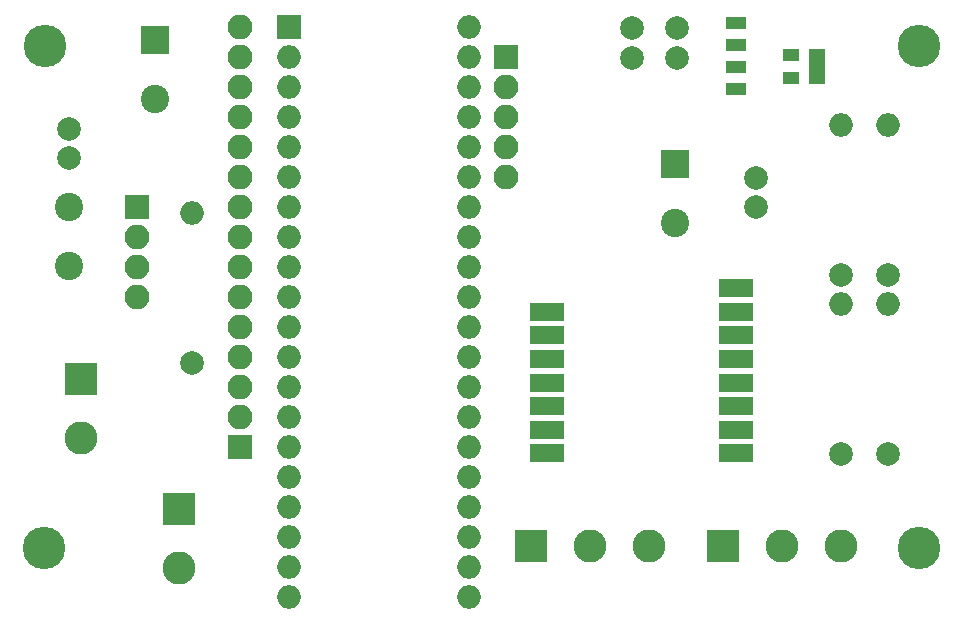
<source format=gts>
G04 #@! TF.FileFunction,Soldermask,Top*
%FSLAX46Y46*%
G04 Gerber Fmt 4.6, Leading zero omitted, Abs format (unit mm)*
G04 Created by KiCad (PCBNEW 4.0.7) date Wed Oct 25 19:06:34 2017*
%MOMM*%
%LPD*%
G01*
G04 APERTURE LIST*
%ADD10C,0.100000*%
%ADD11R,2.900000X1.600000*%
%ADD12C,2.000000*%
%ADD13R,2.400000X2.400000*%
%ADD14C,2.400000*%
%ADD15R,2.800000X2.800000*%
%ADD16C,2.800000*%
%ADD17R,1.460000X1.050000*%
%ADD18R,2.100000X2.100000*%
%ADD19O,2.100000X2.100000*%
%ADD20O,2.000000X2.000000*%
%ADD21R,2.000000X2.000000*%
%ADD22R,1.700000X1.100000*%
%ADD23C,3.600000*%
G04 APERTURE END LIST*
D10*
D11*
X63940000Y-46630000D03*
X63940000Y-48630000D03*
X63940000Y-50630000D03*
X63940000Y-52630000D03*
X63940000Y-54630000D03*
X63940000Y-56630000D03*
X63940000Y-58630000D03*
X79940000Y-58630000D03*
X79940000Y-56630000D03*
X79940000Y-54630000D03*
X79940000Y-52630000D03*
X79940000Y-50630000D03*
X79940000Y-48630000D03*
X79940000Y-46630000D03*
X79940000Y-44630000D03*
D12*
X23450000Y-31150000D03*
X23450000Y-33650000D03*
D13*
X30750000Y-23650000D03*
D14*
X30750000Y-28650000D03*
X23450000Y-37800000D03*
X23450000Y-42800000D03*
D15*
X32750000Y-63300000D03*
D16*
X32750000Y-68300000D03*
D15*
X24450000Y-52300000D03*
D16*
X24450000Y-57300000D03*
D12*
X81650000Y-35300000D03*
X81650000Y-37800000D03*
D13*
X74750000Y-34100000D03*
D14*
X74750000Y-39100000D03*
D12*
X74900000Y-25150000D03*
X74900000Y-22650000D03*
X71150000Y-25150000D03*
X71150000Y-22650000D03*
D17*
X86800000Y-26800000D03*
X86800000Y-25850000D03*
X86800000Y-24900000D03*
X84600000Y-24900000D03*
X84600000Y-26800000D03*
D18*
X29200000Y-37800000D03*
D19*
X29200000Y-40340000D03*
X29200000Y-42880000D03*
X29200000Y-45420000D03*
D12*
X33850000Y-51000000D03*
D20*
X33850000Y-38300000D03*
D12*
X88850000Y-43500000D03*
D20*
X88850000Y-30800000D03*
D12*
X88850000Y-58700000D03*
D20*
X88850000Y-46000000D03*
D12*
X92750000Y-43500000D03*
D20*
X92750000Y-30800000D03*
D12*
X92750000Y-58700000D03*
D20*
X92750000Y-46000000D03*
D15*
X62550000Y-66500000D03*
D16*
X67550000Y-66500000D03*
X72550000Y-66500000D03*
D15*
X78850000Y-66500000D03*
D16*
X83850000Y-66500000D03*
X88850000Y-66500000D03*
D21*
X42050000Y-22550000D03*
D20*
X57290000Y-70810000D03*
X42050000Y-25090000D03*
X57290000Y-68270000D03*
X42050000Y-27630000D03*
X57290000Y-65730000D03*
X42050000Y-30170000D03*
X57290000Y-63190000D03*
X42050000Y-32710000D03*
X57290000Y-60650000D03*
X42050000Y-35250000D03*
X57290000Y-58110000D03*
X42050000Y-37790000D03*
X57290000Y-55570000D03*
X42050000Y-40330000D03*
X57290000Y-53030000D03*
X42050000Y-42870000D03*
X57290000Y-50490000D03*
X42050000Y-45410000D03*
X57290000Y-47950000D03*
X42050000Y-47950000D03*
X57290000Y-45410000D03*
X42050000Y-50490000D03*
X57290000Y-42870000D03*
X42050000Y-53030000D03*
X57290000Y-40330000D03*
X42050000Y-55570000D03*
X57290000Y-37790000D03*
X42050000Y-58110000D03*
X57290000Y-35250000D03*
X42050000Y-60650000D03*
X57290000Y-32710000D03*
X42050000Y-63190000D03*
X57290000Y-30170000D03*
X42050000Y-65730000D03*
X57290000Y-27630000D03*
X42050000Y-68270000D03*
X57290000Y-25090000D03*
X42050000Y-70810000D03*
X57290000Y-22550000D03*
D22*
X79950000Y-27800000D03*
X79950000Y-25900000D03*
X79950000Y-24050000D03*
X79950000Y-22150000D03*
D23*
X95450000Y-24100000D03*
X95375000Y-66600000D03*
X21450000Y-24100000D03*
X21350000Y-66600000D03*
D18*
X37950000Y-58050000D03*
D19*
X37950000Y-55510000D03*
X37950000Y-52970000D03*
X37950000Y-50430000D03*
X37950000Y-47890000D03*
X37950000Y-45350000D03*
X37950000Y-42810000D03*
X37950000Y-40270000D03*
X37950000Y-37730000D03*
X37950000Y-35190000D03*
X37950000Y-32650000D03*
X37950000Y-30110000D03*
X37950000Y-27570000D03*
X37950000Y-25030000D03*
X37950000Y-22490000D03*
D18*
X60450000Y-25100000D03*
D19*
X60450000Y-27640000D03*
X60450000Y-30180000D03*
X60450000Y-32720000D03*
X60450000Y-35260000D03*
M02*

</source>
